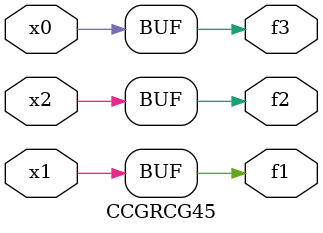
<source format=v>
module CCGRCG45(
	input x0, x1, x2,
	output f1, f2, f3
);
	assign f1 = x1;
	assign f2 = x2;
	assign f3 = x0;
endmodule

</source>
